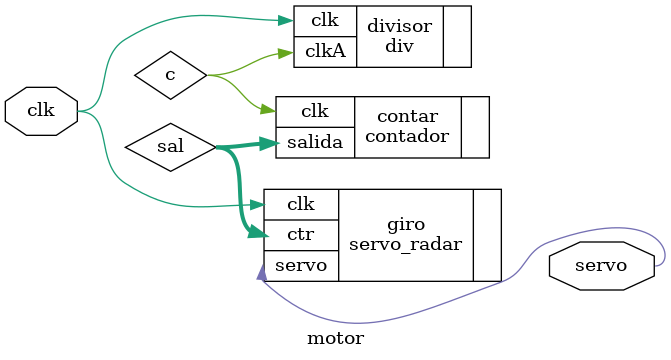
<source format=v>
`timescale 1ns / 1ps

module motor(clk, servo);
input clk;
output servo;

wire c;
wire [2:0]sal;

div divisor(.clk(clk), .clkA(c));
contador contar(.clk(c), .salida(sal));
servo_radar giro(.clk(clk), .ctr(sal), .servo(servo));

endmodule

</source>
